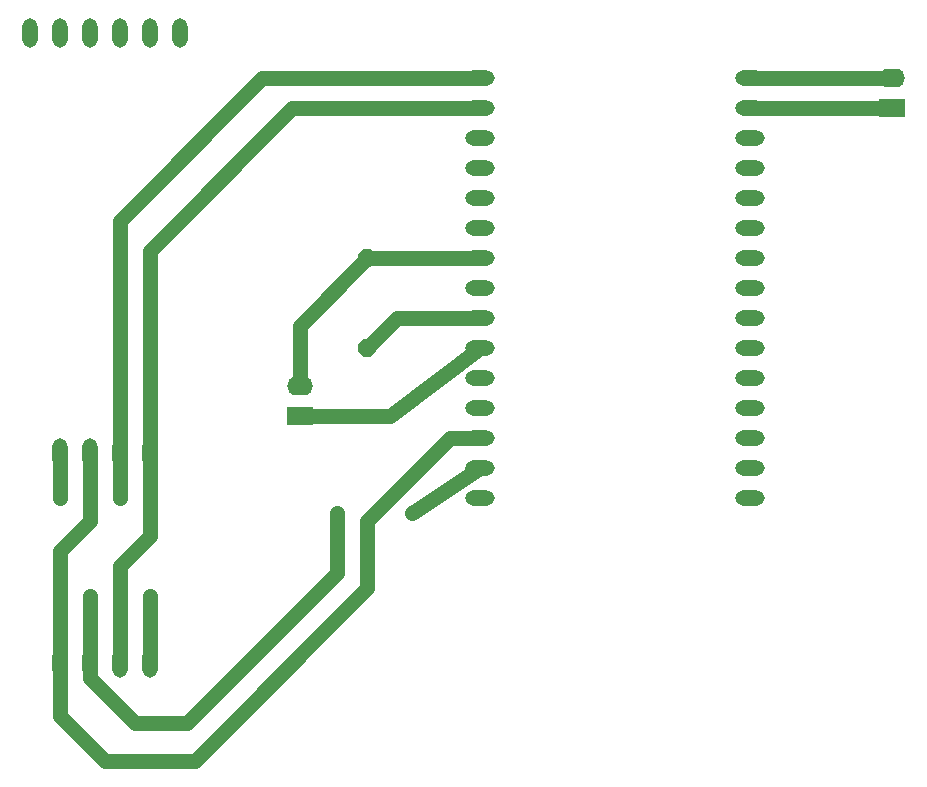
<source format=gbl>
G04 --- HEADER BEGIN --- *
%TF.GenerationSoftware,LibrePCB,LibrePCB,0.1.4*%
%TF.CreationDate,2020-05-17T23:20:53*%
%TF.ProjectId,Weather-Station-v1 - default,0f98d3d9-bdb5-4b12-bb1d-3210ebaa1a1a,v1*%
%TF.Part,Single*%
%FSLAX66Y66*%
%MOMM*%
G01*
G74*
G04 --- HEADER END --- *
G04 --- APERTURE LIST BEGIN --- *
%ADD10O,2.5X1.3*%
%ADD11O,1.3X2.5*%
%ADD12P,1.6256X8X112.5*%
%ADD13O,2.19X1.587*%
%ADD14R,2.19X1.587*%
%ADD15C,0.7*%
%ADD16C,1.3*%
G04 --- APERTURE LIST END --- *
G04 --- BOARD BEGIN --- *
D10*
X50165000Y52705000D03*
X50165000Y57785000D03*
X50165000Y50165000D03*
X73025000Y32385000D03*
X50165000Y32385000D03*
X73025000Y47625000D03*
X50165000Y55245000D03*
X50165000Y60325000D03*
X73025000Y65405000D03*
X73025000Y62865000D03*
X73025000Y37465000D03*
X50165000Y40005000D03*
X73025000Y42545000D03*
X50165000Y45085000D03*
X73025000Y52705000D03*
X50165000Y37465000D03*
X50165000Y67945000D03*
X73025000Y34925000D03*
X50165000Y47625000D03*
X50165000Y42545000D03*
X50165000Y34925000D03*
X73025000Y55245000D03*
X73025000Y45085000D03*
X73025000Y40005000D03*
X73025000Y67945000D03*
X73025000Y60325000D03*
X73025000Y57785000D03*
X73025000Y50165000D03*
X50165000Y65405000D03*
X50165000Y62865000D03*
D11*
X17145000Y18415000D03*
X22225000Y18415000D03*
X14605000Y18415000D03*
X19685000Y18415000D03*
D12*
X40640000Y52705000D03*
X40640000Y45085000D03*
D13*
X34925000Y41910000D03*
D14*
X34925000Y39370000D03*
D13*
X85090000Y67945000D03*
D14*
X85090000Y65405000D03*
D11*
X22225000Y71755000D03*
X12065000Y71755000D03*
X24765000Y71755000D03*
X19685000Y71755000D03*
X17145000Y36195000D03*
X17145000Y71755000D03*
X19685000Y36195000D03*
X14605000Y71755000D03*
X14605000Y36195000D03*
X22225000Y36195000D03*
D15*
X22225000Y24130000D03*
X19685000Y32385000D03*
X44450000Y31115000D03*
X14605000Y32385000D03*
X38100000Y31115000D03*
X17145000Y24130000D03*
D16*
X40640000Y52705000D02*
X50165000Y52705000D01*
X40640000Y52705000D02*
X34925000Y46990000D01*
X34925000Y41910000D02*
X34925000Y46990000D01*
X50165000Y67945000D02*
X31750000Y67945000D01*
X19685000Y55880000D02*
X31750000Y67945000D01*
X19685000Y36195000D02*
X19685000Y55880000D01*
X19685000Y36195000D02*
X19685000Y32385000D01*
X22225000Y18415000D02*
X22225000Y24130000D01*
X85090000Y65405000D02*
X73025000Y65405000D01*
X85090000Y67945000D02*
X73025000Y67945000D01*
X50165000Y45085000D02*
X42545000Y39370000D01*
X34925000Y39370000D02*
X42545000Y39370000D01*
X14605000Y36195000D02*
X14605000Y32385000D01*
X38100000Y26035000D02*
X25400000Y13335000D01*
X38100000Y31115000D02*
X38100000Y26035000D01*
X50165000Y34925000D02*
X44450000Y31115000D01*
X17145000Y17145000D02*
X17145000Y18415000D01*
X17145000Y18415000D02*
X17145000Y24130000D01*
X25400000Y13335000D02*
X20955000Y13335000D01*
X20955000Y13335000D02*
X17145000Y17145000D01*
X14605000Y13970000D02*
X18415000Y10160000D01*
X50165000Y37465000D02*
X47625000Y37465000D01*
X14605000Y18415000D02*
X14605000Y27940000D01*
X17145000Y36195000D02*
X17145000Y30480000D01*
X18415000Y10160000D02*
X26035000Y10160000D01*
X17145000Y30480000D02*
X14605000Y27940000D01*
X40640000Y24765000D02*
X40640000Y30480000D01*
X26035000Y10160000D02*
X40640000Y24765000D01*
X14605000Y18415000D02*
X14605000Y13970000D01*
X40640000Y30480000D02*
X47625000Y37465000D01*
X50165000Y47625000D02*
X43180000Y47625000D01*
X40640000Y45085000D02*
X43180000Y47625000D01*
X19685000Y18415000D02*
X19685000Y26670000D01*
X22225000Y36195000D02*
X22225000Y53340000D01*
X22225000Y53340000D02*
X34290000Y65405000D01*
X50165000Y65405000D02*
X34290000Y65405000D01*
X22225000Y29210000D02*
X19685000Y26670000D01*
X22225000Y36195000D02*
X22225000Y29210000D01*
G04 --- BOARD END --- *
%TF.MD5,bfffd36f33ad4053b796bfdc5a7b52ae*%
M02*

</source>
